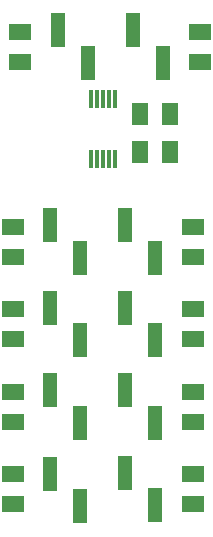
<source format=gtp>
G04 #@! TF.GenerationSoftware,KiCad,Pcbnew,7.0.9*
G04 #@! TF.CreationDate,2023-12-23T18:19:17+01:00*
G04 #@! TF.ProjectId,testing-board,74657374-696e-4672-9d62-6f6172642e6b,v1.0*
G04 #@! TF.SameCoordinates,Original*
G04 #@! TF.FileFunction,Paste,Top*
G04 #@! TF.FilePolarity,Positive*
%FSLAX46Y46*%
G04 Gerber Fmt 4.6, Leading zero omitted, Abs format (unit mm)*
G04 Created by KiCad (PCBNEW 7.0.9) date 2023-12-23 18:19:17*
%MOMM*%
%LPD*%
G01*
G04 APERTURE LIST*
G04 Aperture macros list*
%AMOutline4P*
0 Free polygon, 4 corners , with rotation*
0 The origin of the aperture is its center*
0 number of corners: always 4*
0 $1 to $8 corner X, Y*
0 $9 Rotation angle, in degrees counterclockwise*
0 create outline with 4 corners*
4,1,4,$1,$2,$3,$4,$5,$6,$7,$8,$1,$2,$9*%
G04 Aperture macros list end*
%ADD10R,0.350000X1.500000*%
%ADD11Outline4P,-0.650000X-0.900000X0.650000X-0.900000X0.650000X0.900000X-0.650000X0.900000X270.000000*%
%ADD12Outline4P,-0.650000X-0.900000X0.650000X-0.900000X0.650000X0.900000X-0.650000X0.900000X90.000000*%
%ADD13R,1.250000X3.000000*%
%ADD14Outline4P,-0.650000X-0.900000X0.650000X-0.900000X0.650000X0.900000X-0.650000X0.900000X0.000000*%
G04 APERTURE END LIST*
D10*
X136255000Y-79375000D03*
X135755000Y-79375000D03*
X135255000Y-79375000D03*
X134755000Y-79375000D03*
X134255000Y-79375000D03*
X134255000Y-84455000D03*
X134755000Y-84455000D03*
X135255000Y-84455000D03*
X135755000Y-84455000D03*
X136255000Y-84455000D03*
D11*
X142875000Y-97155000D03*
X142875000Y-99695000D03*
X142875000Y-90170000D03*
X142875000Y-92710000D03*
X127635000Y-97155000D03*
X127635000Y-99695000D03*
X127635000Y-90170000D03*
X127635000Y-92710000D03*
X142875000Y-111125000D03*
X142875000Y-113665000D03*
X142875000Y-104140000D03*
X142875000Y-106680000D03*
X127635000Y-111125000D03*
X127635000Y-113665000D03*
X127635000Y-104140000D03*
X127635000Y-106680000D03*
D12*
X143510000Y-76200000D03*
X143510000Y-73660000D03*
X128270000Y-76200000D03*
X128270000Y-73660000D03*
D13*
X137160000Y-90065000D03*
X139700000Y-92815000D03*
X133350000Y-92815000D03*
X130810000Y-90065000D03*
X137160000Y-97050000D03*
X139700000Y-99800000D03*
X133350000Y-99800000D03*
X130810000Y-97050000D03*
X137160000Y-104035000D03*
X139700000Y-106785000D03*
X133350000Y-106785000D03*
X130810000Y-104035000D03*
X137160000Y-111020000D03*
X139700000Y-113770000D03*
X133350000Y-113875000D03*
X130810000Y-111125000D03*
X137795000Y-73555000D03*
X140335000Y-76305000D03*
X133985000Y-76305000D03*
X131445000Y-73555000D03*
D14*
X138430000Y-83820000D03*
X140970000Y-83820000D03*
X138430000Y-80645000D03*
X140970000Y-80645000D03*
M02*

</source>
